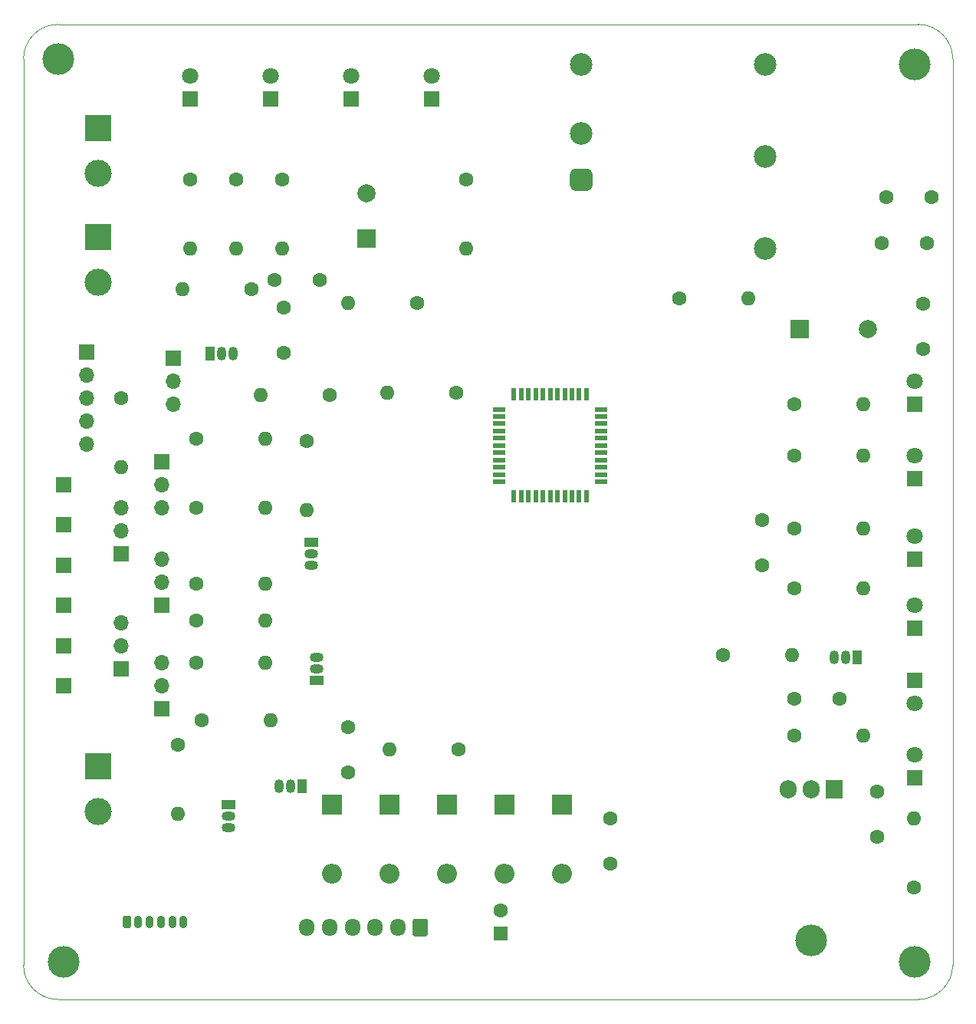
<source format=gts>
%TF.GenerationSoftware,KiCad,Pcbnew,(5.1.10)-1*%
%TF.CreationDate,2021-11-21T12:30:28+02:00*%
%TF.ProjectId,217243401_Crawler_2021,32313732-3433-4343-9031-5f437261776c,rev?*%
%TF.SameCoordinates,Original*%
%TF.FileFunction,Soldermask,Top*%
%TF.FilePolarity,Negative*%
%FSLAX46Y46*%
G04 Gerber Fmt 4.6, Leading zero omitted, Abs format (unit mm)*
G04 Created by KiCad (PCBNEW (5.1.10)-1) date 2021-11-21 12:30:28*
%MOMM*%
%LPD*%
G01*
G04 APERTURE LIST*
%TA.AperFunction,Profile*%
%ADD10C,0.050000*%
%TD*%
%ADD11C,3.500000*%
%ADD12R,2.000000X2.000000*%
%ADD13C,2.000000*%
%ADD14C,1.600000*%
%ADD15R,1.600000X1.600000*%
%ADD16C,1.800000*%
%ADD17R,1.800000X1.800000*%
%ADD18R,2.200000X2.200000*%
%ADD19O,2.200000X2.200000*%
%ADD20O,1.700000X1.950000*%
%ADD21O,0.900000X1.400000*%
%ADD22R,1.700000X1.700000*%
%ADD23O,1.700000X1.700000*%
%ADD24R,1.500000X1.050000*%
%ADD25O,1.500000X1.050000*%
%ADD26R,1.050000X1.500000*%
%ADD27O,1.050000X1.500000*%
%ADD28O,1.600000X1.600000*%
%ADD29O,3.500000X3.500000*%
%ADD30R,1.905000X2.000000*%
%ADD31O,1.905000X2.000000*%
%ADD32C,2.500000*%
%ADD33R,1.473200X0.508000*%
%ADD34R,0.508000X1.473200*%
%ADD35C,3.000000*%
%ADD36R,3.000000X3.000000*%
G04 APERTURE END LIST*
D10*
X76835000Y-46355000D02*
X171835000Y-46355000D01*
X73025000Y-150165000D02*
X73025000Y-50165000D01*
X171835000Y-153975000D02*
X76835000Y-153975000D01*
X175645000Y-50165000D02*
X175645000Y-150165000D01*
X171835000Y-46355000D02*
G75*
G02*
X175645000Y-50165000I0J-3810000D01*
G01*
X175645000Y-150165000D02*
G75*
G02*
X171835000Y-153975000I-3810000J0D01*
G01*
X76835000Y-153975000D02*
G75*
G02*
X73025000Y-150165000I0J3810000D01*
G01*
X73025000Y-50165000D02*
G75*
G02*
X76835000Y-46355000I3810000J0D01*
G01*
D11*
%TO.C,REF\u002A\u002A*%
X171450000Y-50800000D03*
%TD*%
%TO.C,REF\u002A\u002A*%
X76835000Y-50165000D03*
%TD*%
%TO.C,REF\u002A\u002A*%
X77470000Y-149860000D03*
%TD*%
%TO.C,REF\u002A\u002A*%
X171450000Y-149860000D03*
%TD*%
D12*
%TO.C,C1*%
X110871000Y-69977000D03*
D13*
X110871000Y-64977000D03*
%TD*%
D12*
%TO.C,C2*%
X158750000Y-80010000D03*
D13*
X166250000Y-80010000D03*
%TD*%
D14*
%TO.C,C3*%
X137795000Y-133985000D03*
X137795000Y-138985000D03*
%TD*%
%TO.C,C4*%
X154559000Y-106045000D03*
X154559000Y-101045000D03*
%TD*%
%TO.C,C5*%
X173275000Y-65405000D03*
X168275000Y-65405000D03*
%TD*%
%TO.C,C6*%
X105711000Y-74549000D03*
X100711000Y-74549000D03*
%TD*%
%TO.C,C7*%
X163115000Y-120777000D03*
X158115000Y-120777000D03*
%TD*%
D15*
%TO.C,C8*%
X125730000Y-146685000D03*
D14*
X125730000Y-144185000D03*
%TD*%
%TO.C,C9*%
X101727000Y-77597000D03*
X101727000Y-82597000D03*
%TD*%
%TO.C,C10*%
X167259000Y-136017000D03*
X167259000Y-131017000D03*
%TD*%
%TO.C,C11*%
X172339000Y-77169000D03*
X172339000Y-82169000D03*
%TD*%
%TO.C,C12*%
X172767000Y-70485000D03*
X167767000Y-70485000D03*
%TD*%
%TO.C,C13*%
X108839000Y-128905000D03*
X108839000Y-123905000D03*
%TD*%
D16*
%TO.C,D2*%
X171450000Y-85725000D03*
D17*
X171450000Y-88265000D03*
%TD*%
D16*
%TO.C,D5*%
X171450000Y-93980000D03*
D17*
X171450000Y-96520000D03*
%TD*%
%TO.C,D11*%
X171450000Y-105410000D03*
D16*
X171450000Y-102870000D03*
%TD*%
%TO.C,D13*%
X171450000Y-110490000D03*
D17*
X171450000Y-113030000D03*
%TD*%
%TO.C,D14*%
X171450000Y-118745000D03*
D16*
X171450000Y-121285000D03*
%TD*%
%TO.C,D15*%
X171450000Y-127000000D03*
D17*
X171450000Y-129540000D03*
%TD*%
D18*
%TO.C,Diode1*%
X132461000Y-132461000D03*
D19*
X132461000Y-140081000D03*
%TD*%
D18*
%TO.C,Diode3*%
X126111000Y-132461000D03*
D19*
X126111000Y-140081000D03*
%TD*%
%TO.C,Diode4*%
X119761000Y-140081000D03*
D18*
X119761000Y-132461000D03*
%TD*%
D19*
%TO.C,Diode6*%
X113411000Y-140081000D03*
D18*
X113411000Y-132461000D03*
%TD*%
%TO.C,Diode8*%
X107061000Y-132461000D03*
D19*
X107061000Y-140081000D03*
%TD*%
%TO.C,J1*%
G36*
G01*
X117690000Y-145325000D02*
X117690000Y-146775000D01*
G75*
G02*
X117440000Y-147025000I-250000J0D01*
G01*
X116240000Y-147025000D01*
G75*
G02*
X115990000Y-146775000I0J250000D01*
G01*
X115990000Y-145325000D01*
G75*
G02*
X116240000Y-145075000I250000J0D01*
G01*
X117440000Y-145075000D01*
G75*
G02*
X117690000Y-145325000I0J-250000D01*
G01*
G37*
D20*
X114340000Y-146050000D03*
X111840000Y-146050000D03*
X109340000Y-146050000D03*
X106840000Y-146050000D03*
X104340000Y-146050000D03*
%TD*%
%TO.C,J2*%
G36*
G01*
X84005000Y-145890000D02*
X84005000Y-144940000D01*
G75*
G02*
X84230000Y-144715000I225000J0D01*
G01*
X84680000Y-144715000D01*
G75*
G02*
X84905000Y-144940000I0J-225000D01*
G01*
X84905000Y-145890000D01*
G75*
G02*
X84680000Y-146115000I-225000J0D01*
G01*
X84230000Y-146115000D01*
G75*
G02*
X84005000Y-145890000I0J225000D01*
G01*
G37*
D21*
X85705000Y-145415000D03*
X86955000Y-145415000D03*
X88205000Y-145415000D03*
X89455000Y-145415000D03*
X90705000Y-145415000D03*
%TD*%
D22*
%TO.C,J3*%
X80010000Y-82550000D03*
D23*
X80010000Y-85090000D03*
X80010000Y-87630000D03*
X80010000Y-90170000D03*
X80010000Y-92710000D03*
%TD*%
D22*
%TO.C,JP1*%
X88265000Y-110490000D03*
D23*
X88265000Y-107950000D03*
X88265000Y-105410000D03*
%TD*%
%TO.C,JP2*%
X83820000Y-112395000D03*
X83820000Y-114935000D03*
D22*
X83820000Y-117475000D03*
%TD*%
%TO.C,JP3*%
X88265000Y-121920000D03*
D23*
X88265000Y-119380000D03*
X88265000Y-116840000D03*
%TD*%
%TO.C,JP4*%
X88265000Y-99695000D03*
X88265000Y-97155000D03*
D22*
X88265000Y-94615000D03*
%TD*%
D23*
%TO.C,JP5*%
X83820000Y-99695000D03*
X83820000Y-102235000D03*
D22*
X83820000Y-104775000D03*
%TD*%
%TO.C,JP6*%
X89535000Y-83185000D03*
D23*
X89535000Y-85725000D03*
X89535000Y-88265000D03*
%TD*%
D16*
%TO.C,LED1*%
X91440000Y-52070000D03*
D17*
X91440000Y-54610000D03*
%TD*%
%TO.C,LED2*%
X100330000Y-54610000D03*
D16*
X100330000Y-52070000D03*
%TD*%
D17*
%TO.C,LED3*%
X109220000Y-54610000D03*
D16*
X109220000Y-52070000D03*
%TD*%
D17*
%TO.C,LED4*%
X118110000Y-54610000D03*
D16*
X118110000Y-52070000D03*
%TD*%
D24*
%TO.C,Q1*%
X104775000Y-103505000D03*
D25*
X104775000Y-106045000D03*
X104775000Y-104775000D03*
%TD*%
D24*
%TO.C,Q2*%
X105410000Y-118745000D03*
D25*
X105410000Y-116205000D03*
X105410000Y-117475000D03*
%TD*%
%TO.C,Q3*%
X95631000Y-133731000D03*
X95631000Y-135001000D03*
D24*
X95631000Y-132461000D03*
%TD*%
D26*
%TO.C,Q4*%
X93599000Y-82677000D03*
D27*
X96139000Y-82677000D03*
X94869000Y-82677000D03*
%TD*%
%TO.C,Q5*%
X163830000Y-116205000D03*
X162560000Y-116205000D03*
D26*
X165100000Y-116205000D03*
%TD*%
D27*
%TO.C,Q6*%
X102489000Y-130429000D03*
X101219000Y-130429000D03*
D26*
X103759000Y-130429000D03*
%TD*%
D28*
%TO.C,R1*%
X108839000Y-77089000D03*
D14*
X116459000Y-77089000D03*
%TD*%
D28*
%TO.C,R2*%
X90551000Y-75565000D03*
D14*
X98171000Y-75565000D03*
%TD*%
D28*
%TO.C,R3*%
X113157000Y-86995000D03*
D14*
X120777000Y-86995000D03*
%TD*%
%TO.C,R4*%
X106807000Y-87249000D03*
D28*
X99187000Y-87249000D03*
%TD*%
%TO.C,R5*%
X153035000Y-76581000D03*
D14*
X145415000Y-76581000D03*
%TD*%
D28*
%TO.C,R6*%
X104267000Y-99949000D03*
D14*
X104267000Y-92329000D03*
%TD*%
%TO.C,R7*%
X158115000Y-88265000D03*
D28*
X165735000Y-88265000D03*
%TD*%
%TO.C,R8*%
X99695000Y-108077000D03*
D14*
X92075000Y-108077000D03*
%TD*%
%TO.C,R9*%
X92710000Y-123190000D03*
D28*
X100330000Y-123190000D03*
%TD*%
D14*
%TO.C,R10*%
X158115000Y-93980000D03*
D28*
X165735000Y-93980000D03*
%TD*%
D14*
%TO.C,R11*%
X91440000Y-63500000D03*
D28*
X91440000Y-71120000D03*
%TD*%
%TO.C,R12*%
X99695000Y-116840000D03*
D14*
X92075000Y-116840000D03*
%TD*%
%TO.C,R13*%
X90043000Y-125857000D03*
D28*
X90043000Y-133477000D03*
%TD*%
%TO.C,R14*%
X96520000Y-71120000D03*
D14*
X96520000Y-63500000D03*
%TD*%
%TO.C,R15*%
X101600000Y-63500000D03*
D28*
X101600000Y-71120000D03*
%TD*%
D14*
%TO.C,R16*%
X158115000Y-101981000D03*
D28*
X165735000Y-101981000D03*
%TD*%
%TO.C,R17*%
X121920000Y-71120000D03*
D14*
X121920000Y-63500000D03*
%TD*%
D28*
%TO.C,R18*%
X99695000Y-99695000D03*
D14*
X92075000Y-99695000D03*
%TD*%
D28*
%TO.C,R19*%
X99695000Y-92075000D03*
D14*
X92075000Y-92075000D03*
%TD*%
%TO.C,R20*%
X158115000Y-108585000D03*
D28*
X165735000Y-108585000D03*
%TD*%
D14*
%TO.C,R21*%
X92075000Y-112141000D03*
D28*
X99695000Y-112141000D03*
%TD*%
D14*
%TO.C,R22*%
X150241000Y-115951000D03*
D28*
X157861000Y-115951000D03*
%TD*%
%TO.C,R23*%
X165735000Y-124841000D03*
D14*
X158115000Y-124841000D03*
%TD*%
D28*
%TO.C,R24*%
X83820000Y-95250000D03*
D14*
X83820000Y-87630000D03*
%TD*%
%TO.C,R25*%
X121031000Y-126365000D03*
D28*
X113411000Y-126365000D03*
%TD*%
D14*
%TO.C,R26*%
X171323000Y-141605000D03*
D28*
X171323000Y-133985000D03*
%TD*%
D29*
%TO.C,U1*%
X160020000Y-147470000D03*
D30*
X162560000Y-130810000D03*
D31*
X160020000Y-130810000D03*
X157480000Y-130810000D03*
%TD*%
%TO.C,U2*%
G36*
G01*
X135245000Y-64750000D02*
X133995000Y-64750000D01*
G75*
G02*
X133370000Y-64125000I0J625000D01*
G01*
X133370000Y-62875000D01*
G75*
G02*
X133995000Y-62250000I625000J0D01*
G01*
X135245000Y-62250000D01*
G75*
G02*
X135870000Y-62875000I0J-625000D01*
G01*
X135870000Y-64125000D01*
G75*
G02*
X135245000Y-64750000I-625000J0D01*
G01*
G37*
D32*
X134620000Y-58420000D03*
X154940000Y-71120000D03*
X154940000Y-60960000D03*
X154940000Y-50800000D03*
X134620000Y-50800000D03*
%TD*%
D33*
%TO.C,U3*%
X136809998Y-96837000D03*
X136809998Y-96036999D03*
X136809998Y-95237000D03*
X136809998Y-94436999D03*
X136809998Y-93637001D03*
X136809998Y-92837000D03*
X136809998Y-92036999D03*
X136809998Y-91237001D03*
X136809998Y-90437000D03*
X136809998Y-89637001D03*
X136809998Y-88837000D03*
D34*
X135191000Y-87218002D03*
X134390999Y-87218002D03*
X133591000Y-87218002D03*
X132790999Y-87218002D03*
X131991001Y-87218002D03*
X131191000Y-87218002D03*
X130390999Y-87218002D03*
X129591001Y-87218002D03*
X128791000Y-87218002D03*
X127991001Y-87218002D03*
X127191000Y-87218002D03*
D33*
X125572002Y-88837000D03*
X125572002Y-89637001D03*
X125572002Y-90437000D03*
X125572002Y-91237001D03*
X125572002Y-92036999D03*
X125572002Y-92837000D03*
X125572002Y-93637001D03*
X125572002Y-94436999D03*
X125572002Y-95237000D03*
X125572002Y-96036999D03*
X125572002Y-96837000D03*
D34*
X127191000Y-98455998D03*
X127991001Y-98455998D03*
X128791000Y-98455998D03*
X129591001Y-98455998D03*
X130390999Y-98455998D03*
X131191000Y-98455998D03*
X131991001Y-98455998D03*
X132790999Y-98455998D03*
X133591000Y-98455998D03*
X134390999Y-98455998D03*
X135191000Y-98455998D03*
%TD*%
D35*
%TO.C,X1-1*%
X81280000Y-74850000D03*
D36*
X81280000Y-69850000D03*
%TD*%
%TO.C,X1-3*%
X81280000Y-57785000D03*
D35*
X81280000Y-62785000D03*
%TD*%
D22*
%TO.C,X2-1*%
X77470000Y-97155000D03*
%TD*%
%TO.C,X2-2*%
X77470000Y-101600000D03*
%TD*%
%TO.C,X2-3*%
X77470000Y-106045000D03*
%TD*%
%TO.C,x3-1*%
X77470000Y-110490000D03*
%TD*%
%TO.C,X3-2*%
X77470000Y-114935000D03*
%TD*%
%TO.C,X3-3*%
X77470000Y-119380000D03*
%TD*%
D36*
%TO.C,X5-1*%
X81280000Y-128270000D03*
D35*
X81280000Y-133270000D03*
%TD*%
M02*

</source>
